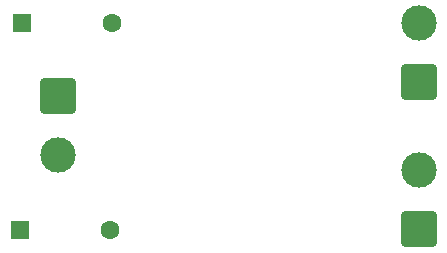
<source format=gbr>
%TF.GenerationSoftware,KiCad,Pcbnew,9.0.5*%
%TF.CreationDate,2025-11-27T16:43:58-05:00*%
%TF.ProjectId,dual_power_supply,6475616c-5f70-46f7-9765-725f73757070,rev?*%
%TF.SameCoordinates,Original*%
%TF.FileFunction,Soldermask,Bot*%
%TF.FilePolarity,Negative*%
%FSLAX46Y46*%
G04 Gerber Fmt 4.6, Leading zero omitted, Abs format (unit mm)*
G04 Created by KiCad (PCBNEW 9.0.5) date 2025-11-27 16:43:58*
%MOMM*%
%LPD*%
G01*
G04 APERTURE LIST*
G04 Aperture macros list*
%AMRoundRect*
0 Rectangle with rounded corners*
0 $1 Rounding radius*
0 $2 $3 $4 $5 $6 $7 $8 $9 X,Y pos of 4 corners*
0 Add a 4 corners polygon primitive as box body*
4,1,4,$2,$3,$4,$5,$6,$7,$8,$9,$2,$3,0*
0 Add four circle primitives for the rounded corners*
1,1,$1+$1,$2,$3*
1,1,$1+$1,$4,$5*
1,1,$1+$1,$6,$7*
1,1,$1+$1,$8,$9*
0 Add four rect primitives between the rounded corners*
20,1,$1+$1,$2,$3,$4,$5,0*
20,1,$1+$1,$4,$5,$6,$7,0*
20,1,$1+$1,$6,$7,$8,$9,0*
20,1,$1+$1,$8,$9,$2,$3,0*%
G04 Aperture macros list end*
%ADD10RoundRect,0.249999X1.250001X-1.250001X1.250001X1.250001X-1.250001X1.250001X-1.250001X-1.250001X0*%
%ADD11C,3.000000*%
%ADD12RoundRect,0.250000X-0.550000X-0.550000X0.550000X-0.550000X0.550000X0.550000X-0.550000X0.550000X0*%
%ADD13C,1.600000*%
%ADD14RoundRect,0.249999X-1.250001X1.250001X-1.250001X-1.250001X1.250001X-1.250001X1.250001X1.250001X0*%
G04 APERTURE END LIST*
D10*
%TO.C,J3*%
X142494000Y-100758000D03*
D11*
X142494000Y-95758000D03*
%TD*%
D12*
%TO.C,SW2*%
X108712000Y-100838000D03*
D13*
X116332000Y-100838000D03*
%TD*%
D10*
%TO.C,J2*%
X142494000Y-88312000D03*
D11*
X142494000Y-83312000D03*
%TD*%
D12*
%TO.C,SW1*%
X108850000Y-83324500D03*
D13*
X116470000Y-83324500D03*
%TD*%
D14*
%TO.C,J1*%
X111888500Y-89448000D03*
D11*
X111888500Y-94448000D03*
%TD*%
M02*

</source>
